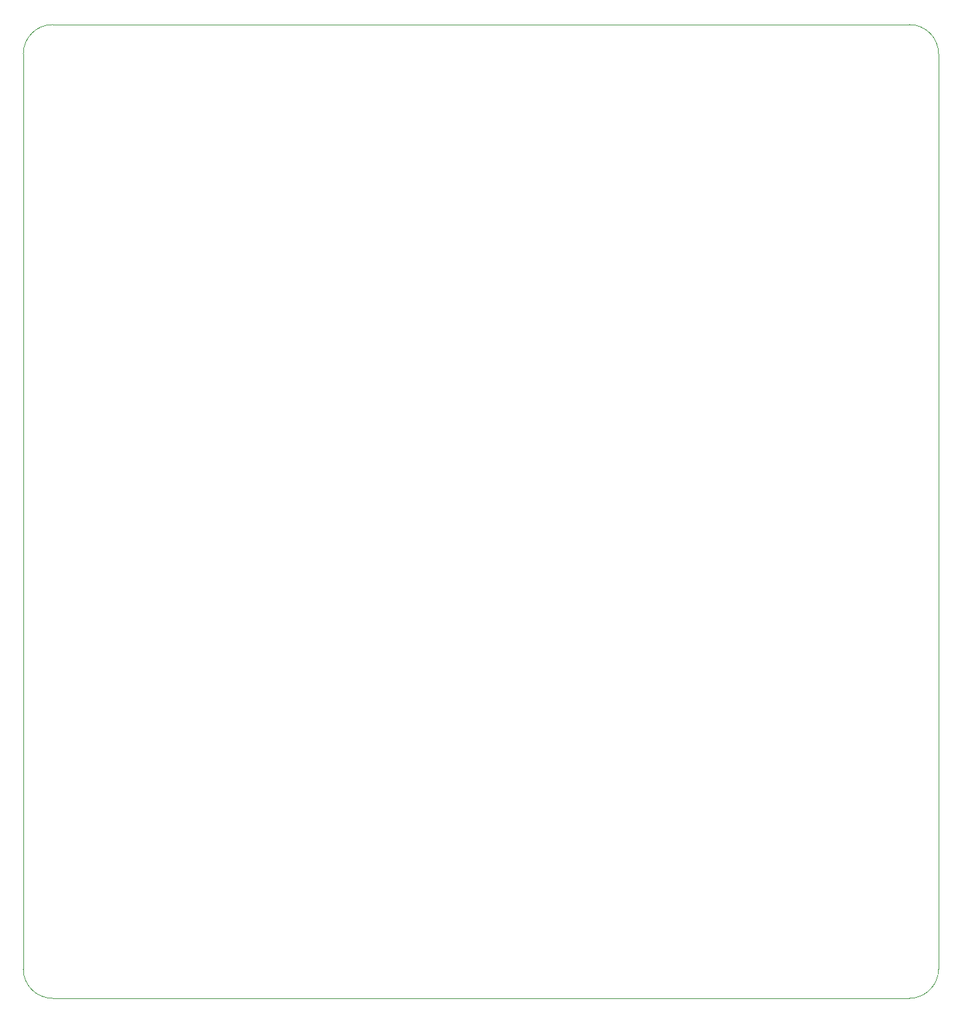
<source format=gm1>
%TF.GenerationSoftware,KiCad,Pcbnew,(6.0.6-0)*%
%TF.CreationDate,2024-03-13T21:53:30-07:00*%
%TF.ProjectId,ESP32Twiddlerino,45535033-3254-4776-9964-646c6572696e,rev?*%
%TF.SameCoordinates,Original*%
%TF.FileFunction,Profile,NP*%
%FSLAX46Y46*%
G04 Gerber Fmt 4.6, Leading zero omitted, Abs format (unit mm)*
G04 Created by KiCad (PCBNEW (6.0.6-0)) date 2024-03-13 21:53:30*
%MOMM*%
%LPD*%
G01*
G04 APERTURE LIST*
%TA.AperFunction,Profile*%
%ADD10C,0.100000*%
%TD*%
G04 APERTURE END LIST*
D10*
X243840000Y-29210000D02*
X243840000Y-148590000D01*
X128270000Y-152400000D02*
X240030000Y-152400000D01*
X124460000Y-29210000D02*
X124460000Y-148590000D01*
X240030000Y-152400000D02*
G75*
G03*
X243840000Y-148590000I0J3810000D01*
G01*
X128270000Y-25400000D02*
X240030000Y-25400000D01*
X124460000Y-148590000D02*
G75*
G03*
X128270000Y-152400000I3810000J0D01*
G01*
X128270000Y-25400000D02*
G75*
G03*
X124460000Y-29210000I0J-3810000D01*
G01*
X243840000Y-29210000D02*
G75*
G03*
X240030000Y-25400000I-3810000J0D01*
G01*
M02*

</source>
